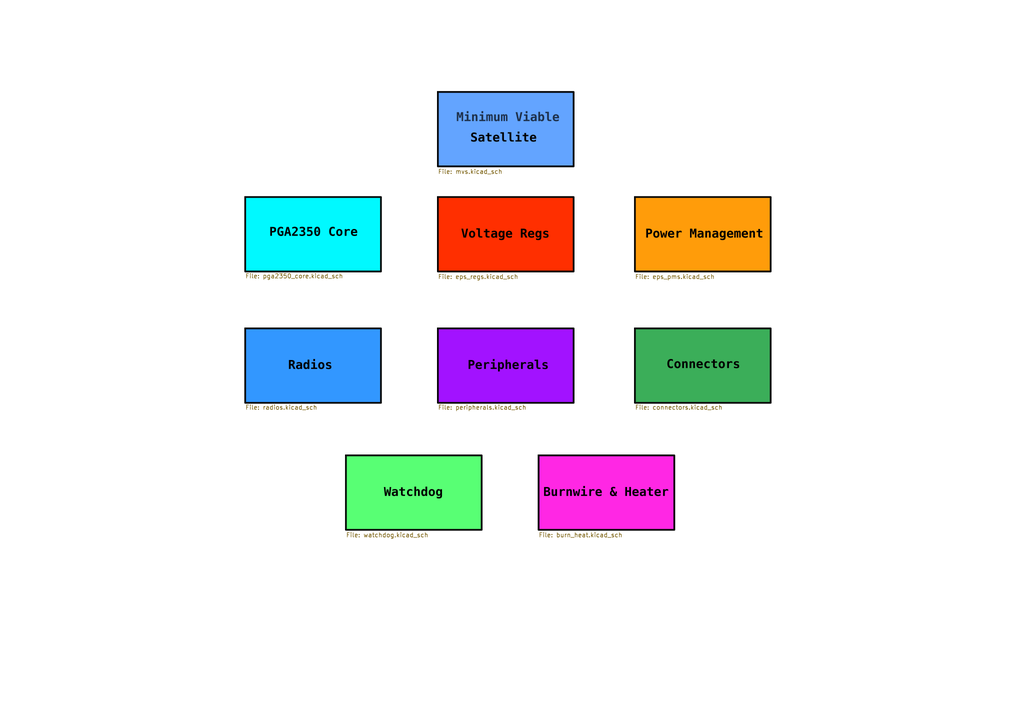
<source format=kicad_sch>
(kicad_sch
	(version 20231120)
	(generator "eeschema")
	(generator_version "8.0")
	(uuid "6cfe8c53-6734-42c5-b115-bce78073d1a6")
	(paper "A4")
	(lib_symbols)
	(text "Satellite"
		(exclude_from_sim no)
		(at 146.05 40.894 0)
		(effects
			(font
				(face "Courier New")
				(size 2.54 2.54)
				(thickness 0.508)
				(bold yes)
				(color 0 0 0 1)
			)
		)
		(uuid "4db5d915-bdb5-4436-97ab-c030af439adc")
	)
	(sheet
		(at 71.12 95.25)
		(size 39.37 21.59)
		(stroke
			(width 0.508)
			(type solid)
			(color 0 0 0 1)
		)
		(fill
			(color 50 151 255 1.0000)
		)
		(uuid "0c8740d0-ba25-4f55-b34e-1d4ad698df64")
		(property "Sheetname" "Radios"
			(at 83.566 107.442 0)
			(effects
				(font
					(face "Courier New")
					(size 2.54 2.54)
					(bold yes)
					(color 0 0 0 1)
				)
				(justify left bottom)
			)
		)
		(property "Sheetfile" "radios.kicad_sch"
			(at 71.12 117.4246 0)
			(effects
				(font
					(size 1.27 1.27)
				)
				(justify left top)
			)
		)
		(instances
			(project "proves-prime-mainboard-v1"
				(path "/6cfe8c53-6734-42c5-b115-bce78073d1a6"
					(page "5")
				)
			)
		)
	)
	(sheet
		(at 184.15 95.25)
		(size 39.37 21.59)
		(stroke
			(width 0.508)
			(type solid)
			(color 0 0 0 1)
		)
		(fill
			(color 59 174 89 1.0000)
		)
		(uuid "4ee91ab0-bac4-4a10-ac76-19282ead91f9")
		(property "Sheetname" "Connectors"
			(at 193.294 107.188 0)
			(effects
				(font
					(face "Courier New")
					(size 2.54 2.54)
					(bold yes)
					(color 0 0 0 1)
				)
				(justify left bottom)
			)
		)
		(property "Sheetfile" "connectors.kicad_sch"
			(at 184.15 117.4246 0)
			(effects
				(font
					(size 1.27 1.27)
				)
				(justify left top)
			)
		)
		(instances
			(project "proves-prime-mainboard-v1"
				(path "/6cfe8c53-6734-42c5-b115-bce78073d1a6"
					(page "7")
				)
			)
		)
	)
	(sheet
		(at 127 57.15)
		(size 39.37 21.59)
		(stroke
			(width 0.508)
			(type solid)
			(color 0 0 0 1)
		)
		(fill
			(color 255 47 0 1.0000)
		)
		(uuid "72daa1d6-f37c-4e73-8163-622b1549228d")
		(property "Sheetname" "Voltage Regs"
			(at 146.558 69.342 0)
			(effects
				(font
					(face "Courier New")
					(size 2.54 2.54)
					(bold yes)
					(color 0 0 0 1)
				)
				(justify bottom)
			)
		)
		(property "Sheetfile" "eps_regs.kicad_sch"
			(at 127 79.5024 0)
			(effects
				(font
					(size 1.27 1.27)
				)
				(justify left top)
			)
		)
		(instances
			(project "proves-prime-mainboard-v1"
				(path "/6cfe8c53-6734-42c5-b115-bce78073d1a6"
					(page "3")
				)
			)
		)
	)
	(sheet
		(at 184.15 57.15)
		(size 39.37 21.59)
		(stroke
			(width 0.508)
			(type solid)
			(color 0 0 0 1)
		)
		(fill
			(color 255 156 10 1.0000)
		)
		(uuid "73cdcc12-a328-423c-bb4c-0d95d09a55c6")
		(property "Sheetname" " Power Management"
			(at 203.2 69.342 0)
			(effects
				(font
					(face "Courier New")
					(size 2.54 2.54)
					(bold yes)
					(color 0 0 0 1)
				)
				(justify bottom)
			)
		)
		(property "Sheetfile" "eps_pms.kicad_sch"
			(at 184.15 79.5024 0)
			(effects
				(font
					(size 1.27 1.27)
				)
				(justify left top)
			)
		)
		(instances
			(project "proves-prime-mainboard-v1"
				(path "/6cfe8c53-6734-42c5-b115-bce78073d1a6"
					(page "4")
				)
			)
		)
	)
	(sheet
		(at 127 26.67)
		(size 39.37 21.59)
		(stroke
			(width 0.508)
			(type solid)
			(color 0 0 0 1)
		)
		(fill
			(color 99 164 255 1.0000)
		)
		(uuid "84b194bc-77fd-407c-a015-e765d02b16e0")
		(property "Sheetname" "Minimum Viable"
			(at 147.32 35.56 0)
			(effects
				(font
					(face "Courier New")
					(size 2.54 2.54)
					(bold yes)
					(color 0 0 0 0.7)
				)
				(justify bottom)
			)
		)
		(property "Sheetfile" "mvs.kicad_sch"
			(at 127 49.0224 0)
			(effects
				(font
					(size 1.27 1.27)
				)
				(justify left top)
			)
		)
		(instances
			(project "proves-prime-mainboard-v1"
				(path "/6cfe8c53-6734-42c5-b115-bce78073d1a6"
					(page "11")
				)
			)
		)
	)
	(sheet
		(at 71.12 57.15)
		(size 39.37 21.59)
		(stroke
			(width 0.508)
			(type solid)
			(color 0 0 0 1)
		)
		(fill
			(color 0 249 255 1.0000)
		)
		(uuid "b9e77bea-95cd-49e4-b487-cca512625802")
		(property "Sheetname" "PGA2350 Core"
			(at 90.932 68.834 0)
			(effects
				(font
					(face "Courier New")
					(size 2.54 2.54)
					(bold yes)
					(color 0 0 0 1)
				)
				(justify bottom)
			)
		)
		(property "Sheetfile" "pga2350_core.kicad_sch"
			(at 71.12 79.3246 0)
			(effects
				(font
					(size 1.27 1.27)
				)
				(justify left top)
			)
		)
		(instances
			(project "proves-prime-mainboard-v1"
				(path "/6cfe8c53-6734-42c5-b115-bce78073d1a6"
					(page "2")
				)
			)
		)
	)
	(sheet
		(at 100.33 132.08)
		(size 39.37 21.59)
		(stroke
			(width 0.508)
			(type solid)
			(color 0 0 0 1)
		)
		(fill
			(color 88 255 116 1.0000)
		)
		(uuid "ded12684-6472-4332-ac2b-a245bbb7447d")
		(property "Sheetname" "Watchdog"
			(at 119.888 144.272 0)
			(effects
				(font
					(face "Courier New")
					(size 2.54 2.54)
					(bold yes)
					(color 0 0 0 1)
				)
				(justify bottom)
			)
		)
		(property "Sheetfile" "watchdog.kicad_sch"
			(at 100.33 154.4324 0)
			(effects
				(font
					(size 1.27 1.27)
				)
				(justify left top)
			)
		)
		(instances
			(project "proves-prime-mainboard-v1"
				(path "/6cfe8c53-6734-42c5-b115-bce78073d1a6"
					(page "8")
				)
			)
		)
	)
	(sheet
		(at 156.21 132.08)
		(size 39.37 21.59)
		(stroke
			(width 0.508)
			(type solid)
			(color 0 0 0 1)
		)
		(fill
			(color 255 39 228 1.0000)
		)
		(uuid "ea598aaa-c36c-4c0b-8580-74c9d55f8ae8")
		(property "Sheetname" "Burnwire & Heater"
			(at 175.768 144.272 0)
			(effects
				(font
					(face "Courier New")
					(size 2.54 2.54)
					(bold yes)
					(color 0 0 0 1)
				)
				(justify bottom)
			)
		)
		(property "Sheetfile" "burn_heat.kicad_sch"
			(at 156.21 154.4324 0)
			(effects
				(font
					(size 1.27 1.27)
				)
				(justify left top)
			)
		)
		(instances
			(project "proves-prime-mainboard-v1"
				(path "/6cfe8c53-6734-42c5-b115-bce78073d1a6"
					(page "10")
				)
			)
		)
	)
	(sheet
		(at 127 95.25)
		(size 39.37 21.59)
		(stroke
			(width 0.508)
			(type solid)
			(color 0 0 0 1)
		)
		(fill
			(color 162 18 255 1.0000)
		)
		(uuid "f7b52907-fa50-474e-ac68-9bcb2a24a34e")
		(property "Sheetname" "Peripherals"
			(at 135.636 107.442 0)
			(effects
				(font
					(face "Courier New")
					(size 2.54 2.54)
					(bold yes)
					(color 0 0 0 1)
				)
				(justify left bottom)
			)
		)
		(property "Sheetfile" "peripherals.kicad_sch"
			(at 127 117.4246 0)
			(effects
				(font
					(size 1.27 1.27)
				)
				(justify left top)
			)
		)
		(instances
			(project "proves-prime-mainboard-v1"
				(path "/6cfe8c53-6734-42c5-b115-bce78073d1a6"
					(page "6")
				)
			)
		)
	)
	(sheet_instances
		(path "/"
			(page "1")
		)
	)
)

</source>
